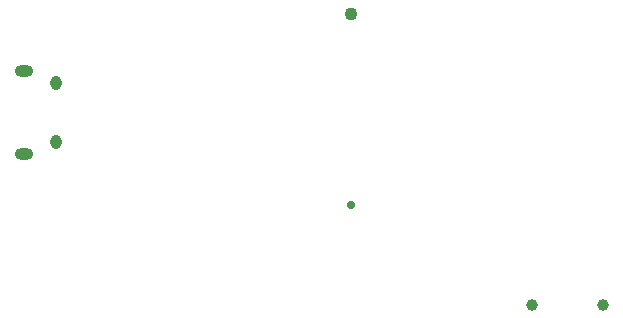
<source format=gbs>
G04 #@! TF.GenerationSoftware,KiCad,Pcbnew,no-vcs-found-ecdfa40~58~ubuntu16.04.1*
G04 #@! TF.CreationDate,2017-03-20T23:32:10+01:00*
G04 #@! TF.ProjectId,GhostESP32,47686F737445535033322E6B69636164,rev?*
G04 #@! TF.FileFunction,Soldermask,Bot*
G04 #@! TF.FilePolarity,Negative*
%FSLAX46Y46*%
G04 Gerber Fmt 4.6, Leading zero omitted, Abs format (unit mm)*
G04 Created by KiCad (PCBNEW no-vcs-found-ecdfa40~58~ubuntu16.04.1) date Mon Mar 20 23:32:10 2017*
%MOMM*%
%LPD*%
G01*
G04 APERTURE LIST*
%ADD10C,0.100000*%
%ADD11C,1.000000*%
%ADD12C,0.700000*%
%ADD13C,1.100000*%
%ADD14O,1.550000X1.000000*%
%ADD15O,0.950000X1.250000*%
G04 APERTURE END LIST*
D10*
D11*
X167431980Y-105300780D03*
X161431980Y-105300780D03*
D12*
X146094760Y-96878060D03*
D13*
X146094760Y-80678060D03*
D14*
X118441480Y-92527000D03*
X118441480Y-85527000D03*
D15*
X121141480Y-91527000D03*
X121141480Y-86527000D03*
M02*

</source>
